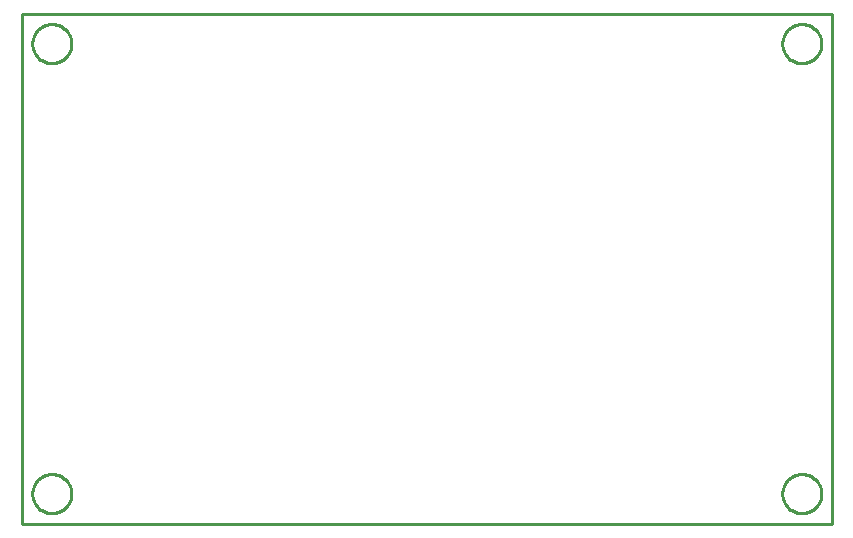
<source format=gbr>
G04 EAGLE Gerber RS-274X export*
G75*
%MOMM*%
%FSLAX34Y34*%
%LPD*%
%IN*%
%IPPOS*%
%AMOC8*
5,1,8,0,0,1.08239X$1,22.5*%
G01*
%ADD10C,0.254000*%


D10*
X0Y0D02*
X685800Y0D01*
X685800Y431800D01*
X0Y431800D01*
X0Y0D01*
X41910Y24860D02*
X41839Y23781D01*
X41698Y22709D01*
X41487Y21649D01*
X41208Y20605D01*
X40860Y19581D01*
X40446Y18583D01*
X39968Y17613D01*
X39428Y16677D01*
X38827Y15778D01*
X38169Y14921D01*
X37457Y14108D01*
X36692Y13344D01*
X35879Y12631D01*
X35022Y11973D01*
X34123Y11372D01*
X33187Y10832D01*
X32217Y10354D01*
X31219Y9940D01*
X30195Y9592D01*
X29151Y9313D01*
X28091Y9102D01*
X27019Y8961D01*
X25940Y8890D01*
X24860Y8890D01*
X23781Y8961D01*
X22709Y9102D01*
X21649Y9313D01*
X20605Y9592D01*
X19581Y9940D01*
X18583Y10354D01*
X17613Y10832D01*
X16677Y11372D01*
X15778Y11973D01*
X14921Y12631D01*
X14108Y13344D01*
X13344Y14108D01*
X12631Y14921D01*
X11973Y15778D01*
X11372Y16677D01*
X10832Y17613D01*
X10354Y18583D01*
X9940Y19581D01*
X9592Y20605D01*
X9313Y21649D01*
X9102Y22709D01*
X8961Y23781D01*
X8890Y24860D01*
X8890Y25940D01*
X8961Y27019D01*
X9102Y28091D01*
X9313Y29151D01*
X9592Y30195D01*
X9940Y31219D01*
X10354Y32217D01*
X10832Y33187D01*
X11372Y34123D01*
X11973Y35022D01*
X12631Y35879D01*
X13344Y36692D01*
X14108Y37457D01*
X14921Y38169D01*
X15778Y38827D01*
X16677Y39428D01*
X17613Y39968D01*
X18583Y40446D01*
X19581Y40860D01*
X20605Y41208D01*
X21649Y41487D01*
X22709Y41698D01*
X23781Y41839D01*
X24860Y41910D01*
X25940Y41910D01*
X27019Y41839D01*
X28091Y41698D01*
X29151Y41487D01*
X30195Y41208D01*
X31219Y40860D01*
X32217Y40446D01*
X33187Y39968D01*
X34123Y39428D01*
X35022Y38827D01*
X35879Y38169D01*
X36692Y37457D01*
X37457Y36692D01*
X38169Y35879D01*
X38827Y35022D01*
X39428Y34123D01*
X39968Y33187D01*
X40446Y32217D01*
X40860Y31219D01*
X41208Y30195D01*
X41487Y29151D01*
X41698Y28091D01*
X41839Y27019D01*
X41910Y25940D01*
X41910Y24860D01*
X676910Y405860D02*
X676839Y404781D01*
X676698Y403709D01*
X676487Y402649D01*
X676208Y401605D01*
X675860Y400581D01*
X675446Y399583D01*
X674968Y398613D01*
X674428Y397677D01*
X673827Y396778D01*
X673169Y395921D01*
X672457Y395108D01*
X671692Y394344D01*
X670879Y393631D01*
X670022Y392973D01*
X669123Y392372D01*
X668187Y391832D01*
X667217Y391354D01*
X666219Y390940D01*
X665195Y390592D01*
X664151Y390313D01*
X663091Y390102D01*
X662019Y389961D01*
X660940Y389890D01*
X659860Y389890D01*
X658781Y389961D01*
X657709Y390102D01*
X656649Y390313D01*
X655605Y390592D01*
X654581Y390940D01*
X653583Y391354D01*
X652613Y391832D01*
X651677Y392372D01*
X650778Y392973D01*
X649921Y393631D01*
X649108Y394344D01*
X648344Y395108D01*
X647631Y395921D01*
X646973Y396778D01*
X646372Y397677D01*
X645832Y398613D01*
X645354Y399583D01*
X644940Y400581D01*
X644592Y401605D01*
X644313Y402649D01*
X644102Y403709D01*
X643961Y404781D01*
X643890Y405860D01*
X643890Y406940D01*
X643961Y408019D01*
X644102Y409091D01*
X644313Y410151D01*
X644592Y411195D01*
X644940Y412219D01*
X645354Y413217D01*
X645832Y414187D01*
X646372Y415123D01*
X646973Y416022D01*
X647631Y416879D01*
X648344Y417692D01*
X649108Y418457D01*
X649921Y419169D01*
X650778Y419827D01*
X651677Y420428D01*
X652613Y420968D01*
X653583Y421446D01*
X654581Y421860D01*
X655605Y422208D01*
X656649Y422487D01*
X657709Y422698D01*
X658781Y422839D01*
X659860Y422910D01*
X660940Y422910D01*
X662019Y422839D01*
X663091Y422698D01*
X664151Y422487D01*
X665195Y422208D01*
X666219Y421860D01*
X667217Y421446D01*
X668187Y420968D01*
X669123Y420428D01*
X670022Y419827D01*
X670879Y419169D01*
X671692Y418457D01*
X672457Y417692D01*
X673169Y416879D01*
X673827Y416022D01*
X674428Y415123D01*
X674968Y414187D01*
X675446Y413217D01*
X675860Y412219D01*
X676208Y411195D01*
X676487Y410151D01*
X676698Y409091D01*
X676839Y408019D01*
X676910Y406940D01*
X676910Y405860D01*
X676910Y24860D02*
X676839Y23781D01*
X676698Y22709D01*
X676487Y21649D01*
X676208Y20605D01*
X675860Y19581D01*
X675446Y18583D01*
X674968Y17613D01*
X674428Y16677D01*
X673827Y15778D01*
X673169Y14921D01*
X672457Y14108D01*
X671692Y13344D01*
X670879Y12631D01*
X670022Y11973D01*
X669123Y11372D01*
X668187Y10832D01*
X667217Y10354D01*
X666219Y9940D01*
X665195Y9592D01*
X664151Y9313D01*
X663091Y9102D01*
X662019Y8961D01*
X660940Y8890D01*
X659860Y8890D01*
X658781Y8961D01*
X657709Y9102D01*
X656649Y9313D01*
X655605Y9592D01*
X654581Y9940D01*
X653583Y10354D01*
X652613Y10832D01*
X651677Y11372D01*
X650778Y11973D01*
X649921Y12631D01*
X649108Y13344D01*
X648344Y14108D01*
X647631Y14921D01*
X646973Y15778D01*
X646372Y16677D01*
X645832Y17613D01*
X645354Y18583D01*
X644940Y19581D01*
X644592Y20605D01*
X644313Y21649D01*
X644102Y22709D01*
X643961Y23781D01*
X643890Y24860D01*
X643890Y25940D01*
X643961Y27019D01*
X644102Y28091D01*
X644313Y29151D01*
X644592Y30195D01*
X644940Y31219D01*
X645354Y32217D01*
X645832Y33187D01*
X646372Y34123D01*
X646973Y35022D01*
X647631Y35879D01*
X648344Y36692D01*
X649108Y37457D01*
X649921Y38169D01*
X650778Y38827D01*
X651677Y39428D01*
X652613Y39968D01*
X653583Y40446D01*
X654581Y40860D01*
X655605Y41208D01*
X656649Y41487D01*
X657709Y41698D01*
X658781Y41839D01*
X659860Y41910D01*
X660940Y41910D01*
X662019Y41839D01*
X663091Y41698D01*
X664151Y41487D01*
X665195Y41208D01*
X666219Y40860D01*
X667217Y40446D01*
X668187Y39968D01*
X669123Y39428D01*
X670022Y38827D01*
X670879Y38169D01*
X671692Y37457D01*
X672457Y36692D01*
X673169Y35879D01*
X673827Y35022D01*
X674428Y34123D01*
X674968Y33187D01*
X675446Y32217D01*
X675860Y31219D01*
X676208Y30195D01*
X676487Y29151D01*
X676698Y28091D01*
X676839Y27019D01*
X676910Y25940D01*
X676910Y24860D01*
X41910Y405860D02*
X41839Y404781D01*
X41698Y403709D01*
X41487Y402649D01*
X41208Y401605D01*
X40860Y400581D01*
X40446Y399583D01*
X39968Y398613D01*
X39428Y397677D01*
X38827Y396778D01*
X38169Y395921D01*
X37457Y395108D01*
X36692Y394344D01*
X35879Y393631D01*
X35022Y392973D01*
X34123Y392372D01*
X33187Y391832D01*
X32217Y391354D01*
X31219Y390940D01*
X30195Y390592D01*
X29151Y390313D01*
X28091Y390102D01*
X27019Y389961D01*
X25940Y389890D01*
X24860Y389890D01*
X23781Y389961D01*
X22709Y390102D01*
X21649Y390313D01*
X20605Y390592D01*
X19581Y390940D01*
X18583Y391354D01*
X17613Y391832D01*
X16677Y392372D01*
X15778Y392973D01*
X14921Y393631D01*
X14108Y394344D01*
X13344Y395108D01*
X12631Y395921D01*
X11973Y396778D01*
X11372Y397677D01*
X10832Y398613D01*
X10354Y399583D01*
X9940Y400581D01*
X9592Y401605D01*
X9313Y402649D01*
X9102Y403709D01*
X8961Y404781D01*
X8890Y405860D01*
X8890Y406940D01*
X8961Y408019D01*
X9102Y409091D01*
X9313Y410151D01*
X9592Y411195D01*
X9940Y412219D01*
X10354Y413217D01*
X10832Y414187D01*
X11372Y415123D01*
X11973Y416022D01*
X12631Y416879D01*
X13344Y417692D01*
X14108Y418457D01*
X14921Y419169D01*
X15778Y419827D01*
X16677Y420428D01*
X17613Y420968D01*
X18583Y421446D01*
X19581Y421860D01*
X20605Y422208D01*
X21649Y422487D01*
X22709Y422698D01*
X23781Y422839D01*
X24860Y422910D01*
X25940Y422910D01*
X27019Y422839D01*
X28091Y422698D01*
X29151Y422487D01*
X30195Y422208D01*
X31219Y421860D01*
X32217Y421446D01*
X33187Y420968D01*
X34123Y420428D01*
X35022Y419827D01*
X35879Y419169D01*
X36692Y418457D01*
X37457Y417692D01*
X38169Y416879D01*
X38827Y416022D01*
X39428Y415123D01*
X39968Y414187D01*
X40446Y413217D01*
X40860Y412219D01*
X41208Y411195D01*
X41487Y410151D01*
X41698Y409091D01*
X41839Y408019D01*
X41910Y406940D01*
X41910Y405860D01*
M02*

</source>
